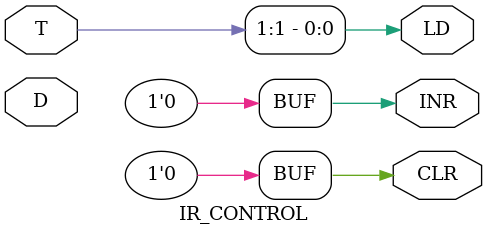
<source format=v>
`timescale 1ns / 1ps


module IR_CONTROL(D, T, CLR, INR, LD);

    input [7:0] D, T;
    output INR, CLR, LD;
    
    assign INR = 0;
    assign CLR = 0;
    assign LD = T[1];
endmodule

</source>
